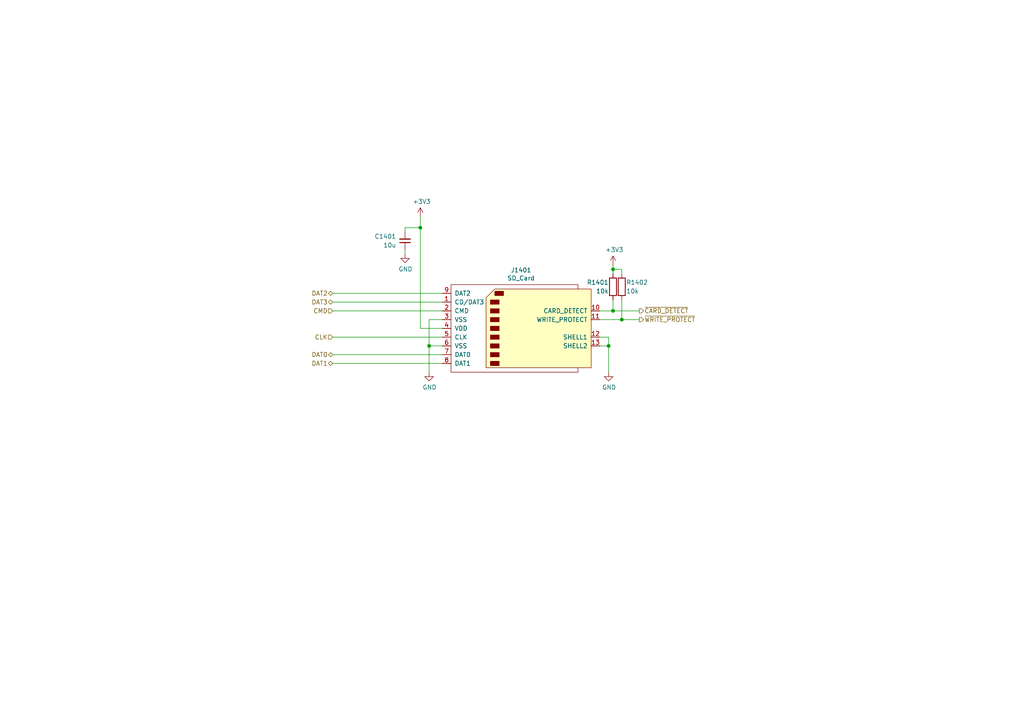
<source format=kicad_sch>
(kicad_sch (version 20230121) (generator eeschema)
  (paper "A4")
  (title_block (title "Neotron Common Hardware - SD Card Slot") (date "${date}") (rev "[Uncontrolled]") (company "https://neotron-compute.github.io/") (comment 1 "Licenced as CC BY-SA") (comment 2 "Copyright (c) The Neotron Developers, 2022"))
  (lib_symbols
    (symbol "Connector:SD_Card" (pin_names (offset 1.016))
      (property "Reference" "J" (at -16.51 13.97 0))
      (property "Value" "SD_Card" (at 15.24 -13.97 0))
      (symbol "SD_Card_0_1"
        (rectangle (start -8.89 -9.525) (end -6.35 -10.795) (fill (type outline)))
        (rectangle (start -8.89 -6.985) (end -6.35 -8.255) (fill (type outline)))
        (rectangle (start -8.89 -4.445) (end -6.35 -5.715) (fill (type outline)))
        (rectangle (start -8.89 -1.905) (end -6.35 -3.175) (fill (type outline)))
        (rectangle (start -8.89 0.635) (end -6.35 -0.635) (fill (type outline)))
        (rectangle (start -8.89 3.175) (end -6.35 1.905) (fill (type outline)))
        (rectangle (start -8.89 5.715) (end -6.35 4.445) (fill (type outline)))
        (rectangle (start -8.89 8.255) (end -6.35 6.985) (fill (type outline)))
        (rectangle (start -7.62 10.795) (end -5.08 9.525) (fill (type outline)))
        (polyline (pts (xy -10.16 8.89) (xy -7.62 11.43) (xy 20.32 11.43) (xy 20.32 -11.43) (xy -10.16 -11.43) (xy -10.16 8.89)) (fill (type background)))
        (polyline (pts (xy 16.51 11.43) (xy 16.51 12.7) (xy -20.32 12.7) (xy -20.32 -12.7) (xy 16.51 -12.7) (xy 16.51 -11.43)))
      )
      (symbol "SD_Card_1_1"
        (pin input line (at -22.86 7.62 0) (length 2.54) (name "CD/DAT3") (number "1"))
        (pin input line (at 22.86 5.08 180) (length 2.54) (name "CARD_DETECT") (number "10"))
        (pin input line (at 22.86 2.54 180) (length 2.54) (name "WRITE_PROTECT") (number "11"))
        (pin input line (at 22.86 -2.54 180) (length 2.54) (name "SHELL1") (number "12"))
        (pin input line (at 22.86 -5.08 180) (length 2.54) (name "SHELL2") (number "13"))
        (pin input line (at -22.86 5.08 0) (length 2.54) (name "CMD") (number "2"))
        (pin power_in line (at -22.86 2.54 0) (length 2.54) (name "VSS") (number "3"))
        (pin power_in line (at -22.86 0 0) (length 2.54) (name "VDD") (number "4"))
        (pin input line (at -22.86 -2.54 0) (length 2.54) (name "CLK") (number "5"))
        (pin power_in line (at -22.86 -5.08 0) (length 2.54) (name "VSS") (number "6"))
        (pin input line (at -22.86 -7.62 0) (length 2.54) (name "DAT0") (number "7"))
        (pin input line (at -22.86 -10.16 0) (length 2.54) (name "DAT1") (number "8"))
        (pin input line (at -22.86 10.16 0) (length 2.54) (name "DAT2") (number "9"))
      )
    )
    (symbol "Device:C_Small" (pin_numbers hide) (pin_names (offset 0.254) hide)
      (property "Reference" "C" (at 0.254 1.778 0))
      (property "Value" "C_Small" (at 0.254 -2.032 0))
      (symbol "C_Small_0_1"
        (polyline (pts (xy -1.524 -0.508) (xy 1.524 -0.508)) (stroke (width 0.3302)))
        (polyline (pts (xy -1.524 0.508) (xy 1.524 0.508)) (stroke (width 0.3048)))
      )
      (symbol "C_Small_1_1"
        (pin passive line (at 0 2.54 270) (length 2.032) (name "~") (number "1"))
        (pin passive line (at 0 -2.54 90) (length 2.032) (name "~") (number "2"))
      )
    )
    (symbol "Device:R" (pin_numbers hide) (pin_names (offset 0))
      (property "Reference" "R" (at 2.032 0 90))
      (property "Value" "R" (at 0 0 90))
      (symbol "R_0_1"
        (rectangle (start -1.016 -2.54) (end 1.016 2.54) (stroke (width 0.254)))
      )
      (symbol "R_1_1"
        (pin passive line (at 0 3.81 270) (length 1.27) (name "~") (number "1"))
        (pin passive line (at 0 -3.81 90) (length 1.27) (name "~") (number "2"))
      )
    )
    (symbol "power:+3V3" (power) (pin_names (offset 0))
      (property "Value" "+3V3" (at 0 3.556 0))
      (symbol "+3V3_0_1"
        (polyline (pts (xy -0.762 1.27) (xy 0 2.54)))
        (polyline (pts (xy 0 0) (xy 0 2.54)))
        (polyline (pts (xy 0 2.54) (xy 0.762 1.27)))
      )
      (symbol "+3V3_1_1"
        (pin power_in line (at 0 0 90) (length 0) hide (name "+3V3") (number "1"))
      )
    )
    (symbol "power:GND" (power) (pin_names (offset 0))
      (property "Value" "GND" (at 0 -3.81 0))
      (symbol "GND_0_1"
        (polyline (pts (xy 0 0) (xy 0 -1.27) (xy 1.27 -1.27) (xy 0 -2.54) (xy -1.27 -1.27) (xy 0 -1.27)))
      )
      (symbol "GND_1_1"
        (pin power_in line (at 0 0 270) (length 0) hide (name "GND") (number "1"))
      )
    )
  )
  (junction (at 177.8 90.17))
  (junction (at 121.92 66.04))
  (junction (at 177.8 78.105))
  (junction (at 124.46 100.33))
  (junction (at 180.34 92.71))
  (junction (at 176.53 100.33))
  (wire (pts (xy 176.53 100.33) (xy 176.53 107.95)))
  (wire (pts (xy 173.99 90.17) (xy 177.8 90.17)))
  (wire (pts (xy 121.92 95.25) (xy 121.92 66.04)))
  (wire (pts (xy 180.34 92.71) (xy 180.34 86.995)))
  (wire (pts (xy 128.27 100.33) (xy 124.46 100.33)))
  (wire (pts (xy 177.8 90.17) (xy 185.42 90.17)))
  (wire (pts (xy 96.52 97.79) (xy 128.27 97.79)))
  (wire (pts (xy 121.92 66.04) (xy 121.92 62.865)))
  (wire (pts (xy 96.52 105.41) (xy 128.27 105.41)))
  (wire (pts (xy 177.8 86.995) (xy 177.8 90.17)))
  (wire (pts (xy 176.53 97.79) (xy 176.53 100.33)))
  (wire (pts (xy 96.52 90.17) (xy 128.27 90.17)))
  (wire (pts (xy 117.475 66.04) (xy 121.92 66.04)))
  (wire (pts (xy 96.52 87.63) (xy 128.27 87.63)))
  (wire (pts (xy 124.46 100.33) (xy 124.46 107.95)))
  (wire (pts (xy 173.99 92.71) (xy 180.34 92.71)))
  (wire (pts (xy 117.475 67.31) (xy 117.475 66.04)))
  (wire (pts (xy 180.34 78.105) (xy 180.34 79.375)))
  (wire (pts (xy 96.52 102.87) (xy 128.27 102.87)))
  (wire (pts (xy 173.99 97.79) (xy 176.53 97.79)))
  (wire (pts (xy 177.8 78.105) (xy 177.8 79.375)))
  (wire (pts (xy 128.27 92.71) (xy 124.46 92.71)))
  (wire (pts (xy 124.46 92.71) (xy 124.46 100.33)))
  (wire (pts (xy 177.8 76.835) (xy 177.8 78.105)))
  (wire (pts (xy 96.52 85.09) (xy 128.27 85.09)))
  (wire (pts (xy 173.99 100.33) (xy 176.53 100.33)))
  (wire (pts (xy 180.34 92.71) (xy 185.42 92.71)))
  (wire (pts (xy 128.27 95.25) (xy 121.92 95.25)))
  (wire (pts (xy 117.475 72.39) (xy 117.475 73.66)))
  (wire (pts (xy 177.8 78.105) (xy 180.34 78.105)))
  (hierarchical_label "~{CARD_DETECT}" (shape output) (at 185.42 90.17 0))
  (hierarchical_label "DAT0" (shape bidirectional) (at 96.52 102.87 180))
  (hierarchical_label "DAT2" (shape bidirectional) (at 96.52 85.09 180))
  (hierarchical_label "CLK" (shape input) (at 96.52 97.79 180))
  (hierarchical_label "DAT3" (shape bidirectional) (at 96.52 87.63 180))
  (hierarchical_label "~{WRITE_PROTECT}" (shape output) (at 185.42 92.71 0))
  (hierarchical_label "DAT1" (shape bidirectional) (at 96.52 105.41 180))
  (hierarchical_label "CMD" (shape input) (at 96.52 90.17 180))
  (symbol (lib_id "Connector:SD_Card") (at 151.13 95.25 0) (unit 1)
    (property "Reference" "J1401" (at 151.13 78.359 0))
    (property "Value" "SD_Card" (at 151.13 80.6704 0))
    (property "Footprint" "Neotron-Common-Hardware:Amphenol_GSD090012SEU" (effects hide))
    (property "Datasheet" "https://cdn.amphenol-cs.com/media/wysiwyg/files/drawing/gsd09001xseu.pdf" (effects hide))
    (property "DNP" "0" (effects hide))
    (property "Digikey" "664-GSD090012SEUCT-ND" (effects hide))
    (property "MPN" "GSD090012SEU" (effects hide))
    (property "Manufacturer" "Amphenol" (effects hide))
    (property "Mouser" "523-GSD090012SEU" (effects hide))
  )
  (symbol (lib_id "power:+3V3") (at 121.92 62.865 0) (unit 1)
    (property "Reference" "#PWR01402" (effects hide))
    (property "Value" "+3V3" (at 122.301 58.4708 0))
  )
  (symbol (lib_id "power:GND") (at 124.46 107.95 0) (unit 1)
    (property "Reference" "#PWR01403" (effects hide))
    (property "Value" "GND" (at 124.587 112.3442 0))
  )
  (symbol (lib_id "power:GND") (at 176.53 107.95 0) (unit 1)
    (property "Reference" "#PWR01404" (effects hide))
    (property "Value" "GND" (at 176.657 112.3442 0))
  )
  (symbol (lib_id "Device:C_Small") (at 117.475 69.85 0) (mirror x) (unit 1)
    (property "Reference" "C1401" (at 114.935 68.58 0) (effects (justify right)))
    (property "Value" "10u" (at 114.935 71.12 0) (effects (justify right)))
    (property "Footprint" "Capacitor_SMD:C_0805_2012Metric_Pad1.18x1.45mm_HandSolder" (effects hide))
    (property "DNP" "0" (effects hide))
    (property "MPN" "CL21A106KAYNNNE" (effects hide))
    (property "Manufacturer" "Samsung" (effects hide))
    (property "LCSC Part#" "C15850" (effects hide))
    (property "Tolerance" "X5R" (effects hide))
    (property "Voltage" "25V" (effects hide))
    (property "JLCPCB Collection" "Basic" (effects hide))
  )
  (symbol (lib_id "power:+3V3") (at 177.8 76.835 0) (unit 1)
    (property "Reference" "#PWR01405" (effects hide))
    (property "Value" "+3V3" (at 178.181 72.4408 0))
  )
  (symbol (lib_id "power:GND") (at 117.475 73.66 0) (unit 1)
    (property "Reference" "#PWR01401" (effects hide))
    (property "Value" "GND" (at 117.602 78.0542 0))
  )
  (symbol (lib_id "Device:R") (at 177.8 83.185 0) (mirror x) (unit 1)
    (property "Reference" "R1401" (at 176.53 81.915 0) (effects (justify right)))
    (property "Value" "10k" (at 176.53 84.455 0) (effects (justify right)))
    (property "Footprint" "Resistor_SMD:R_0805_2012Metric_Pad1.20x1.40mm_HandSolder" (effects hide))
    (property "DNP" "0" (effects hide))
    (property "LCSC Part#" "C17414" (effects hide))
    (property "MPN" "0805W8F1002T5E" (effects hide))
    (property "Manufacturer" "Uniroyal" (effects hide))
    (property "Tolerance" "1%" (effects hide))
    (property "JLCPCB Collection" "Basic" (effects hide))
  )
  (symbol (lib_id "Device:R") (at 180.34 83.185 0) (unit 1)
    (property "Reference" "R1402" (at 181.61 81.915 0) (effects (justify left)))
    (property "Value" "10k" (at 181.61 84.455 0) (effects (justify left)))
    (property "Footprint" "Resistor_SMD:R_0805_2012Metric_Pad1.20x1.40mm_HandSolder" (effects hide))
    (property "DNP" "0" (effects hide))
    (property "LCSC Part#" "C17414" (effects hide))
    (property "MPN" "0805W8F1002T5E" (effects hide))
    (property "Manufacturer" "Uniroyal" (effects hide))
    (property "Tolerance" "1%" (effects hide))
    (property "JLCPCB Collection" "Basic" (effects hide))
  )
)
</source>
